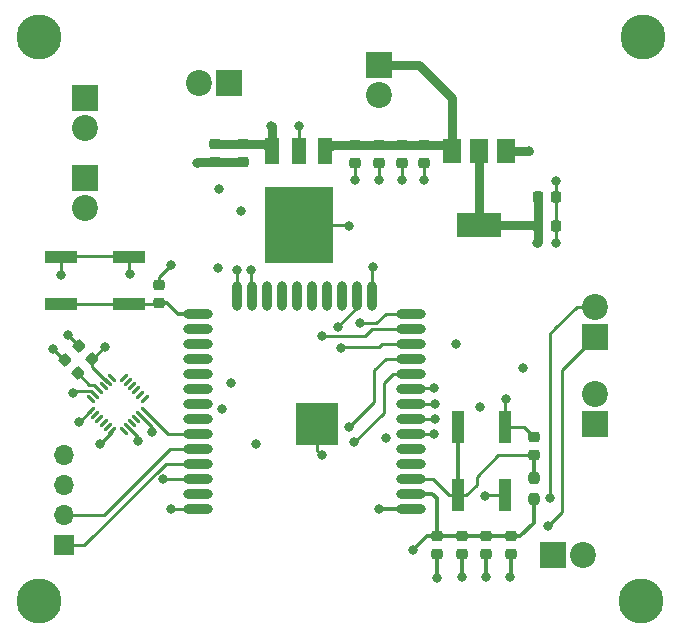
<source format=gtl>
%TF.GenerationSoftware,KiCad,Pcbnew,(6.0.8)*%
%TF.CreationDate,2022-11-27T13:06:36-05:00*%
%TF.ProjectId,miura_board,6d697572-615f-4626-9f61-72642e6b6963,rev?*%
%TF.SameCoordinates,Original*%
%TF.FileFunction,Copper,L1,Top*%
%TF.FilePolarity,Positive*%
%FSLAX46Y46*%
G04 Gerber Fmt 4.6, Leading zero omitted, Abs format (unit mm)*
G04 Created by KiCad (PCBNEW (6.0.8)) date 2022-11-27 13:06:36*
%MOMM*%
%LPD*%
G01*
G04 APERTURE LIST*
G04 Aperture macros list*
%AMRoundRect*
0 Rectangle with rounded corners*
0 $1 Rounding radius*
0 $2 $3 $4 $5 $6 $7 $8 $9 X,Y pos of 4 corners*
0 Add a 4 corners polygon primitive as box body*
4,1,4,$2,$3,$4,$5,$6,$7,$8,$9,$2,$3,0*
0 Add four circle primitives for the rounded corners*
1,1,$1+$1,$2,$3*
1,1,$1+$1,$4,$5*
1,1,$1+$1,$6,$7*
1,1,$1+$1,$8,$9*
0 Add four rect primitives between the rounded corners*
20,1,$1+$1,$2,$3,$4,$5,0*
20,1,$1+$1,$4,$5,$6,$7,0*
20,1,$1+$1,$6,$7,$8,$9,0*
20,1,$1+$1,$8,$9,$2,$3,0*%
G04 Aperture macros list end*
%TA.AperFunction,SMDPad,CuDef*%
%ADD10RoundRect,0.225000X0.250000X-0.225000X0.250000X0.225000X-0.250000X0.225000X-0.250000X-0.225000X0*%
%TD*%
%TA.AperFunction,SMDPad,CuDef*%
%ADD11RoundRect,0.225000X-0.250000X0.225000X-0.250000X-0.225000X0.250000X-0.225000X0.250000X0.225000X0*%
%TD*%
%TA.AperFunction,ComponentPad*%
%ADD12R,2.200000X2.200000*%
%TD*%
%TA.AperFunction,ComponentPad*%
%ADD13C,2.200000*%
%TD*%
%TA.AperFunction,SMDPad,CuDef*%
%ADD14R,3.556000X3.556000*%
%TD*%
%TA.AperFunction,SMDPad,CuDef*%
%ADD15O,2.500000X0.900000*%
%TD*%
%TA.AperFunction,SMDPad,CuDef*%
%ADD16O,0.900000X2.500000*%
%TD*%
%TA.AperFunction,SMDPad,CuDef*%
%ADD17R,1.000000X2.750000*%
%TD*%
%TA.AperFunction,ComponentPad*%
%ADD18C,3.800000*%
%TD*%
%TA.AperFunction,SMDPad,CuDef*%
%ADD19RoundRect,0.225000X-0.225000X-0.250000X0.225000X-0.250000X0.225000X0.250000X-0.225000X0.250000X0*%
%TD*%
%TA.AperFunction,ComponentPad*%
%ADD20R,1.700000X1.700000*%
%TD*%
%TA.AperFunction,ComponentPad*%
%ADD21O,1.700000X1.700000*%
%TD*%
%TA.AperFunction,SMDPad,CuDef*%
%ADD22RoundRect,0.225000X0.335876X0.017678X0.017678X0.335876X-0.335876X-0.017678X-0.017678X-0.335876X0*%
%TD*%
%TA.AperFunction,SMDPad,CuDef*%
%ADD23RoundRect,0.237500X0.237500X-0.250000X0.237500X0.250000X-0.237500X0.250000X-0.237500X-0.250000X0*%
%TD*%
%TA.AperFunction,SMDPad,CuDef*%
%ADD24RoundRect,0.075000X0.194454X0.300520X-0.300520X-0.194454X-0.194454X-0.300520X0.300520X0.194454X0*%
%TD*%
%TA.AperFunction,SMDPad,CuDef*%
%ADD25RoundRect,0.075000X-0.300520X0.194454X0.194454X-0.300520X0.300520X-0.194454X-0.194454X0.300520X0*%
%TD*%
%TA.AperFunction,SMDPad,CuDef*%
%ADD26R,2.750000X1.000000*%
%TD*%
%TA.AperFunction,SMDPad,CuDef*%
%ADD27R,1.500000X2.000000*%
%TD*%
%TA.AperFunction,SMDPad,CuDef*%
%ADD28R,3.800000X2.000000*%
%TD*%
%TA.AperFunction,SMDPad,CuDef*%
%ADD29R,1.200000X2.200000*%
%TD*%
%TA.AperFunction,SMDPad,CuDef*%
%ADD30R,5.800000X6.400000*%
%TD*%
%TA.AperFunction,ViaPad*%
%ADD31C,0.800000*%
%TD*%
%TA.AperFunction,Conductor*%
%ADD32C,0.250000*%
%TD*%
%TA.AperFunction,Conductor*%
%ADD33C,0.300000*%
%TD*%
%TA.AperFunction,Conductor*%
%ADD34C,0.800000*%
%TD*%
G04 APERTURE END LIST*
D10*
%TO.P,C7,2*%
%TO.N,GND*%
X103400000Y-70625000D03*
%TO.P,C7,1*%
%TO.N,Net-(C7-Pad1)*%
X103400000Y-72175000D03*
%TD*%
D11*
%TO.P,C1,1*%
%TO.N,VBAT*%
X92300000Y-45900000D03*
%TO.P,C1,2*%
%TO.N,GND*%
X92300000Y-47450000D03*
%TD*%
D12*
%TO.P,J7,1,Pin_1*%
%TO.N,/IO34*%
X105030000Y-80600000D03*
D13*
%TO.P,J7,2,Pin_2*%
%TO.N,/IO35*%
X107570000Y-80600000D03*
%TD*%
%TO.P,J2,2,Pin_2*%
%TO.N,/IO2*%
X65400000Y-44440000D03*
D12*
%TO.P,J2,1,Pin_1*%
%TO.N,/IO15*%
X65400000Y-41900000D03*
%TD*%
D11*
%TO.P,C4,1*%
%TO.N,VBAT*%
X94100000Y-45875000D03*
%TO.P,C4,2*%
%TO.N,GND*%
X94100000Y-47425000D03*
%TD*%
D14*
%TO.P,U1,39,GND-PAD*%
%TO.N,GND*%
X85100000Y-69500000D03*
D15*
%TO.P,U1,38,GND*%
X75000000Y-76700000D03*
%TO.P,U1,37,IO23*%
%TO.N,unconnected-(U1-Pad37)*%
X75000000Y-75430000D03*
%TO.P,U1,36,IO22*%
%TO.N,SCL*%
X75000000Y-74160000D03*
%TO.P,U1,35,TXD0*%
%TO.N,TXD0*%
X75000000Y-72890000D03*
%TO.P,U1,34,RXD0*%
%TO.N,RXD0*%
X75000000Y-71620000D03*
%TO.P,U1,33,IO21*%
%TO.N,SDA*%
X75000000Y-70350000D03*
%TO.P,U1,32,NC*%
%TO.N,unconnected-(U1-Pad32)*%
X75000000Y-69080000D03*
%TO.P,U1,31,IO19*%
%TO.N,unconnected-(U1-Pad31)*%
X75000000Y-67810000D03*
%TO.P,U1,30,IO18*%
%TO.N,unconnected-(U1-Pad30)*%
X75000000Y-66540000D03*
%TO.P,U1,29,IO5*%
%TO.N,unconnected-(U1-Pad29)*%
X75000000Y-65270000D03*
%TO.P,U1,28,IO17*%
%TO.N,unconnected-(U1-Pad28)*%
X75000000Y-64000000D03*
%TO.P,U1,27,IO16*%
%TO.N,unconnected-(U1-Pad27)*%
X75000000Y-62730000D03*
%TO.P,U1,26,IO4*%
%TO.N,unconnected-(U1-Pad26)*%
X75000000Y-61460000D03*
%TO.P,U1,25,IO0*%
%TO.N,Net-(C14-Pad1)*%
X75000000Y-60190000D03*
D16*
%TO.P,U1,24,IO2*%
%TO.N,MOTOR_A11_IN*%
X78285000Y-58700000D03*
%TO.P,U1,23,IO15*%
%TO.N,MOTOR_A12_IN*%
X79555000Y-58700000D03*
%TO.P,U1,22,SD1*%
%TO.N,unconnected-(U1-Pad22)*%
X80825000Y-58700000D03*
%TO.P,U1,21,SDO*%
%TO.N,unconnected-(U1-Pad21)*%
X82095000Y-58700000D03*
%TO.P,U1,20,CLK*%
%TO.N,unconnected-(U1-Pad20)*%
X83365000Y-58700000D03*
%TO.P,U1,19,CMD*%
%TO.N,unconnected-(U1-Pad19)*%
X84635000Y-58700000D03*
%TO.P,U1,18,SD3*%
%TO.N,unconnected-(U1-Pad18)*%
X85905000Y-58700000D03*
%TO.P,U1,17,SD2*%
%TO.N,unconnected-(U1-Pad17)*%
X87175000Y-58700000D03*
%TO.P,U1,16,IO13*%
%TO.N,MOTOR_B12_IN*%
X88445000Y-58700000D03*
%TO.P,U1,15,GND*%
%TO.N,GND*%
X89715000Y-58700000D03*
D15*
%TO.P,U1,14,IO12*%
%TO.N,MOTOR_B11_IN*%
X93000000Y-60190000D03*
%TO.P,U1,13,IO14*%
%TO.N,MOTOR_B32_IN*%
X93000000Y-61460000D03*
%TO.P,U1,12,IO27*%
%TO.N,MOTOR_B31_IN*%
X93000000Y-62730000D03*
%TO.P,U1,11,IO26*%
%TO.N,MOTOR_A32_IN*%
X93000000Y-64000000D03*
%TO.P,U1,10,IO25*%
%TO.N,MOTOR_A31_IN*%
X93000000Y-65270000D03*
%TO.P,U1,9,IO33*%
%TO.N,MOTOR_B21_IN*%
X93000000Y-66540000D03*
%TO.P,U1,8,IO32*%
%TO.N,MOTOR_B22_IN*%
X93000000Y-67810000D03*
%TO.P,U1,7,IO35*%
%TO.N,MOTOR_A21_IN*%
X93000000Y-69080000D03*
%TO.P,U1,6,IO34*%
%TO.N,MOTOR_A22_IN*%
X93000000Y-70350000D03*
%TO.P,U1,5,SENSOR_VN*%
%TO.N,unconnected-(U1-Pad5)*%
X93000000Y-71620000D03*
%TO.P,U1,4,SENSOR_VP*%
%TO.N,unconnected-(U1-Pad4)*%
X93000000Y-72890000D03*
%TO.P,U1,3,EN*%
%TO.N,Net-(C7-Pad1)*%
X93000000Y-74160000D03*
%TO.P,U1,2,3V3*%
%TO.N,+3V3*%
X93000000Y-75430000D03*
%TO.P,U1,1,GND*%
%TO.N,GND*%
X93000000Y-76700000D03*
%TD*%
D10*
%TO.P,C14,1*%
%TO.N,Net-(C14-Pad1)*%
X71700000Y-59275000D03*
%TO.P,C14,2*%
%TO.N,GND*%
X71700000Y-57725000D03*
%TD*%
D11*
%TO.P,C11,1*%
%TO.N,+3V3*%
X99400000Y-79025000D03*
%TO.P,C11,2*%
%TO.N,GND*%
X99400000Y-80575000D03*
%TD*%
D17*
%TO.P,SW1,1,1*%
%TO.N,Net-(C7-Pad1)*%
X97020000Y-69820000D03*
X97020000Y-75580000D03*
%TO.P,SW1,2,2*%
%TO.N,GND*%
X101020000Y-75580000D03*
X101020000Y-69820000D03*
%TD*%
D11*
%TO.P,C3,1*%
%TO.N,VBAT*%
X88300000Y-45875000D03*
%TO.P,C3,2*%
%TO.N,GND*%
X88300000Y-47425000D03*
%TD*%
D18*
%TO.P,H4,1,1*%
%TO.N,GND*%
X61500000Y-84500000D03*
%TD*%
D19*
%TO.P,C8,1*%
%TO.N,+3V3*%
X103750000Y-50350000D03*
%TO.P,C8,2*%
%TO.N,GND*%
X105300000Y-50350000D03*
%TD*%
D20*
%TO.P,J4,1,Pin_1*%
%TO.N,TXD0*%
X63680000Y-79800000D03*
D21*
%TO.P,J4,2,Pin_2*%
%TO.N,RXD0*%
X63680000Y-77260000D03*
%TO.P,J4,3,Pin_3*%
%TO.N,GND*%
X63680000Y-74720000D03*
%TO.P,J4,4,Pin_4*%
%TO.N,+3V3*%
X63680000Y-72180000D03*
%TD*%
D11*
%TO.P,C6,2*%
%TO.N,GND*%
X76400000Y-47375000D03*
%TO.P,C6,1*%
%TO.N,MOTOR_SUPPLY*%
X76400000Y-45825000D03*
%TD*%
D18*
%TO.P,H1,1,1*%
%TO.N,GND*%
X112700000Y-36800000D03*
%TD*%
D22*
%TO.P,C15,2*%
%TO.N,GND*%
X64951992Y-62951992D03*
%TO.P,C15,1*%
%TO.N,+3V3*%
X66048008Y-64048008D03*
%TD*%
D11*
%TO.P,C5,2*%
%TO.N,GND*%
X78800000Y-47375000D03*
%TO.P,C5,1*%
%TO.N,MOTOR_SUPPLY*%
X78800000Y-45825000D03*
%TD*%
D12*
%TO.P,J3,1,Pin_1*%
%TO.N,/IO32*%
X108600000Y-69570000D03*
D13*
%TO.P,J3,2,Pin_2*%
%TO.N,/IO33*%
X108600000Y-67030000D03*
%TD*%
D11*
%TO.P,C10,1*%
%TO.N,+3V3*%
X101500000Y-79025000D03*
%TO.P,C10,2*%
%TO.N,GND*%
X101500000Y-80575000D03*
%TD*%
D18*
%TO.P,H3,1,1*%
%TO.N,GND*%
X61500000Y-36800000D03*
%TD*%
D23*
%TO.P,R1,1*%
%TO.N,+3V3*%
X103400000Y-75912500D03*
%TO.P,R1,2*%
%TO.N,Net-(C7-Pad1)*%
X103400000Y-74087500D03*
%TD*%
D24*
%TO.P,U6,1,CLKIN*%
%TO.N,unconnected-(U6-Pad1)*%
X70462742Y-67405025D03*
%TO.P,U6,2,NC*%
%TO.N,unconnected-(U6-Pad2)*%
X70109188Y-67051472D03*
%TO.P,U6,3,NC*%
%TO.N,unconnected-(U6-Pad3)*%
X69755635Y-66697918D03*
%TO.P,U6,4,NC*%
%TO.N,unconnected-(U6-Pad4)*%
X69402082Y-66344365D03*
%TO.P,U6,5,NC*%
%TO.N,unconnected-(U6-Pad5)*%
X69048528Y-65990812D03*
%TO.P,U6,6,AUX_SDA*%
%TO.N,unconnected-(U6-Pad6)*%
X68694975Y-65637258D03*
D25*
%TO.P,U6,7,AUX_SCL*%
%TO.N,unconnected-(U6-Pad7)*%
X67705025Y-65637258D03*
%TO.P,U6,8,VDDIO*%
%TO.N,+3V3*%
X67351472Y-65990812D03*
%TO.P,U6,9,AD0*%
%TO.N,unconnected-(U6-Pad9)*%
X66997918Y-66344365D03*
%TO.P,U6,10,REGOUT*%
%TO.N,Net-(C16-Pad1)*%
X66644365Y-66697918D03*
%TO.P,U6,11,FSYNC*%
%TO.N,GND*%
X66290812Y-67051472D03*
%TO.P,U6,12,INT*%
%TO.N,unconnected-(U6-Pad12)*%
X65937258Y-67405025D03*
D24*
%TO.P,U6,13,VDD*%
%TO.N,+3V3*%
X65937258Y-68394975D03*
%TO.P,U6,14,NC*%
%TO.N,unconnected-(U6-Pad14)*%
X66290812Y-68748528D03*
%TO.P,U6,15,NC*%
%TO.N,unconnected-(U6-Pad15)*%
X66644365Y-69102082D03*
%TO.P,U6,16,NC*%
%TO.N,unconnected-(U6-Pad16)*%
X66997918Y-69455635D03*
%TO.P,U6,17,NC*%
%TO.N,unconnected-(U6-Pad17)*%
X67351472Y-69809188D03*
%TO.P,U6,18,GND*%
%TO.N,GND*%
X67705025Y-70162742D03*
D25*
%TO.P,U6,19,NC*%
%TO.N,unconnected-(U6-Pad19)*%
X68694975Y-70162742D03*
%TO.P,U6,20,CPOUT*%
%TO.N,GND*%
X69048528Y-69809188D03*
%TO.P,U6,21,NC*%
%TO.N,unconnected-(U6-Pad21)*%
X69402082Y-69455635D03*
%TO.P,U6,22,NC*%
%TO.N,unconnected-(U6-Pad22)*%
X69755635Y-69102082D03*
%TO.P,U6,23,SCL*%
%TO.N,SCL*%
X70109188Y-68748528D03*
%TO.P,U6,24,SDA*%
%TO.N,SDA*%
X70462742Y-68394975D03*
%TD*%
D12*
%TO.P,J8,1,Pin_1*%
%TO.N,/IO14*%
X108600000Y-62170000D03*
D13*
%TO.P,J8,2,Pin_2*%
%TO.N,/IO27*%
X108600000Y-59630000D03*
%TD*%
D26*
%TO.P,SW2,2,2*%
%TO.N,GND*%
X69180000Y-55400000D03*
X63420000Y-55400000D03*
%TO.P,SW2,1,1*%
%TO.N,Net-(C14-Pad1)*%
X63420000Y-59400000D03*
X69180000Y-59400000D03*
%TD*%
D11*
%TO.P,C12,1*%
%TO.N,+3V3*%
X97300000Y-79025000D03*
%TO.P,C12,2*%
%TO.N,GND*%
X97300000Y-80575000D03*
%TD*%
D27*
%TO.P,U5,1,ADJ*%
%TO.N,GND*%
X101100000Y-46400000D03*
%TO.P,U5,2,VO*%
%TO.N,+3V3*%
X98800000Y-46400000D03*
D28*
X98800000Y-52700000D03*
D27*
%TO.P,U5,3,VI*%
%TO.N,VBAT*%
X96500000Y-46400000D03*
%TD*%
D12*
%TO.P,J5,1,Pin_1*%
%TO.N,VBAT*%
X90300000Y-39130000D03*
D13*
%TO.P,J5,2,Pin_2*%
%TO.N,GND*%
X90300000Y-41670000D03*
%TD*%
D19*
%TO.P,C9,1*%
%TO.N,+3V3*%
X103750000Y-52750000D03*
%TO.P,C9,2*%
%TO.N,GND*%
X105300000Y-52750000D03*
%TD*%
D11*
%TO.P,C2,1*%
%TO.N,VBAT*%
X90300000Y-45875000D03*
%TO.P,C2,2*%
%TO.N,GND*%
X90300000Y-47425000D03*
%TD*%
D18*
%TO.P,H2,1,1*%
%TO.N,GND*%
X112500000Y-84548970D03*
%TD*%
D29*
%TO.P,U7,1,IN*%
%TO.N,VBAT*%
X85780000Y-46400000D03*
%TO.P,U7,2,GND*%
%TO.N,GND*%
X83500000Y-46400000D03*
D30*
X83500000Y-52700000D03*
D29*
%TO.P,U7,3,OUT*%
%TO.N,MOTOR_SUPPLY*%
X81220000Y-46400000D03*
%TD*%
D22*
%TO.P,C16,2*%
%TO.N,GND*%
X63751992Y-64151992D03*
%TO.P,C16,1*%
%TO.N,Net-(C16-Pad1)*%
X64848008Y-65248008D03*
%TD*%
D13*
%TO.P,J1,2,Pin_2*%
%TO.N,/IO25*%
X65400000Y-51270000D03*
D12*
%TO.P,J1,1,Pin_1*%
%TO.N,/IO26*%
X65400000Y-48730000D03*
%TD*%
%TO.P,J6,1,Pin_1*%
%TO.N,/IO12*%
X77600000Y-40700000D03*
D13*
%TO.P,J6,2,Pin_2*%
%TO.N,/IO13*%
X75060000Y-40700000D03*
%TD*%
D11*
%TO.P,C13,1*%
%TO.N,+3V3*%
X95200000Y-79025000D03*
%TO.P,C13,2*%
%TO.N,GND*%
X95200000Y-80575000D03*
%TD*%
D31*
%TO.N,+3V3*%
X102500000Y-64800000D03*
%TO.N,GND*%
X72700000Y-56100000D03*
%TO.N,+3V3*%
X67100000Y-63000000D03*
%TO.N,GND*%
X69900000Y-71000000D03*
X66700000Y-71200000D03*
X64400000Y-66900000D03*
X62700000Y-63200000D03*
X64000000Y-62000000D03*
%TO.N,+3V3*%
X64900000Y-69400000D03*
%TO.N,SCL*%
X71100000Y-70200000D03*
%TO.N,GND*%
X69200000Y-56800000D03*
X63400000Y-56900000D03*
X72700000Y-76700000D03*
%TO.N,SCL*%
X72000000Y-74200000D03*
%TO.N,GND*%
X85500000Y-72200000D03*
X90900000Y-70700000D03*
X78600000Y-51500000D03*
X87800000Y-52800000D03*
%TO.N,+3V3*%
X76800000Y-49600000D03*
X93200000Y-80200000D03*
%TO.N,/IO14*%
X104600000Y-78200000D03*
%TO.N,/IO27*%
X104800000Y-75800000D03*
%TO.N,GND*%
X77000000Y-68300000D03*
X77800000Y-66100000D03*
%TO.N,+3V3*%
X79900000Y-71200000D03*
%TO.N,GND*%
X89800000Y-56200000D03*
%TO.N,MOTOR_A32_IN*%
X87800000Y-69800000D03*
%TO.N,MOTOR_A31_IN*%
X88200000Y-71100000D03*
%TO.N,GND*%
X90300000Y-76700000D03*
X99300000Y-75600000D03*
%TO.N,MOTOR_B31_IN*%
X87100000Y-63100000D03*
%TO.N,MOTOR_B32_IN*%
X85500000Y-62100000D03*
%TO.N,GND*%
X76700000Y-56300000D03*
%TO.N,MOTOR_B11_IN*%
X88700000Y-61000000D03*
%TO.N,MOTOR_B12_IN*%
X86800000Y-61300000D03*
%TO.N,MOTOR_SUPPLY*%
X81200000Y-44300000D03*
%TO.N,MOTOR_A12_IN*%
X79500000Y-56500000D03*
%TO.N,MOTOR_A11_IN*%
X78300000Y-56500000D03*
%TO.N,GND*%
X96800000Y-62800000D03*
%TO.N,MOTOR_A22_IN*%
X94993750Y-70400000D03*
%TO.N,MOTOR_A21_IN*%
X95093750Y-69100000D03*
%TO.N,MOTOR_B22_IN*%
X95093750Y-67800000D03*
%TO.N,MOTOR_B21_IN*%
X94993750Y-66500000D03*
%TO.N,GND*%
X98900000Y-68100000D03*
X101093750Y-67400000D03*
X105300000Y-49000000D03*
X105300000Y-54200000D03*
X74900000Y-47400000D03*
X83500000Y-44300000D03*
%TO.N,+3V3*%
X103700000Y-54200000D03*
%TO.N,GND*%
X94100000Y-48850000D03*
X88300000Y-48850000D03*
X97300000Y-82500000D03*
X99400000Y-82500000D03*
X95200000Y-82600000D03*
X90300000Y-48850000D03*
X92300000Y-48850000D03*
X103000000Y-46450000D03*
X101400000Y-82500000D03*
%TD*%
D32*
%TO.N,RXD0*%
X72660000Y-71620000D02*
X67020000Y-77260000D01*
%TO.N,TXD0*%
X72284695Y-72890000D02*
X65374695Y-79800000D01*
%TO.N,RXD0*%
X63680000Y-77260000D02*
X67020000Y-77260000D01*
%TO.N,TXD0*%
X65374695Y-79800000D02*
X63680000Y-79800000D01*
X75000000Y-72890000D02*
X72284695Y-72890000D01*
%TO.N,RXD0*%
X75000000Y-71620000D02*
X72660000Y-71620000D01*
%TO.N,GND*%
X101020000Y-67473750D02*
X101093750Y-67400000D01*
X101020000Y-69820000D02*
X101020000Y-67473750D01*
%TO.N,MOTOR_A22_IN*%
X93050000Y-70400000D02*
X93000000Y-70350000D01*
X94993750Y-70400000D02*
X93050000Y-70400000D01*
%TO.N,MOTOR_A21_IN*%
X93020000Y-69100000D02*
X93000000Y-69080000D01*
X95093750Y-69100000D02*
X93020000Y-69100000D01*
%TO.N,MOTOR_B22_IN*%
X93010000Y-67800000D02*
X93000000Y-67810000D01*
X95093750Y-67800000D02*
X93010000Y-67800000D01*
%TO.N,MOTOR_B21_IN*%
X93040000Y-66500000D02*
X93000000Y-66540000D01*
X94993750Y-66500000D02*
X93040000Y-66500000D01*
%TO.N,GND*%
X71700000Y-57100000D02*
X72700000Y-56100000D01*
X71700000Y-57725000D02*
X71700000Y-57100000D01*
D33*
%TO.N,Net-(C14-Pad1)*%
X72375000Y-59275000D02*
X71700000Y-59275000D01*
X73290000Y-60190000D02*
X72375000Y-59275000D01*
X75000000Y-60190000D02*
X73290000Y-60190000D01*
D32*
%TO.N,+3V3*%
X66051992Y-64048008D02*
X67100000Y-63000000D01*
X66048008Y-64048008D02*
X66051992Y-64048008D01*
X66048008Y-64722703D02*
X66048008Y-64048008D01*
X67316117Y-65990812D02*
X66048008Y-64722703D01*
X67351472Y-65990812D02*
X67316117Y-65990812D01*
%TO.N,GND*%
X69900000Y-70660660D02*
X69900000Y-71000000D01*
X69048528Y-69809188D02*
X69900000Y-70660660D01*
X67705025Y-70194975D02*
X66700000Y-71200000D01*
X67705025Y-70162742D02*
X67705025Y-70194975D01*
X64595495Y-66704505D02*
X64400000Y-66900000D01*
X65943845Y-66704505D02*
X64595495Y-66704505D01*
X66290812Y-67051472D02*
X65943845Y-66704505D01*
X63651992Y-64151992D02*
X62700000Y-63200000D01*
X63751992Y-64151992D02*
X63651992Y-64151992D01*
X64951992Y-62951992D02*
X64000000Y-62000000D01*
%TO.N,Net-(C16-Pad1)*%
X65800000Y-66200000D02*
X64848008Y-65248008D01*
X66146447Y-66200000D02*
X65800000Y-66200000D01*
X66644365Y-66697918D02*
X66146447Y-66200000D01*
%TO.N,+3V3*%
X65905025Y-68394975D02*
X64900000Y-69400000D01*
X65937258Y-68394975D02*
X65905025Y-68394975D01*
%TO.N,SCL*%
X71100000Y-69774695D02*
X71100000Y-70200000D01*
X70109188Y-68783883D02*
X71100000Y-69774695D01*
X70109188Y-68748528D02*
X70109188Y-68783883D01*
%TO.N,SDA*%
X75000000Y-70350000D02*
X72417767Y-70350000D01*
X72417767Y-70350000D02*
X70462742Y-68394975D01*
%TO.N,GND*%
X69180000Y-56780000D02*
X69200000Y-56800000D01*
X69180000Y-55400000D02*
X69180000Y-56780000D01*
X63420000Y-56880000D02*
X63400000Y-56900000D01*
X63420000Y-55400000D02*
X63420000Y-56880000D01*
%TO.N,Net-(C14-Pad1)*%
X69180000Y-59400000D02*
X71295000Y-59400000D01*
X63420000Y-59400000D02*
X69180000Y-59400000D01*
%TO.N,SCL*%
X72000000Y-74200000D02*
X72040000Y-74160000D01*
X72040000Y-74160000D02*
X75000000Y-74160000D01*
%TO.N,GND*%
X85100000Y-71800000D02*
X85500000Y-72200000D01*
X85100000Y-69500000D02*
X85100000Y-71800000D01*
D34*
%TO.N,MOTOR_SUPPLY*%
X78800000Y-45825000D02*
X76400000Y-45825000D01*
D32*
%TO.N,GND*%
X87700000Y-52700000D02*
X87800000Y-52800000D01*
X83500000Y-52700000D02*
X87700000Y-52700000D01*
D33*
%TO.N,+3V3*%
X94375000Y-79025000D02*
X93200000Y-80200000D01*
X95200000Y-79025000D02*
X94375000Y-79025000D01*
D32*
%TO.N,/IO14*%
X105800000Y-77000000D02*
X105800000Y-64970000D01*
X104600000Y-78200000D02*
X105800000Y-77000000D01*
%TO.N,/IO27*%
X104800000Y-75800000D02*
X104800000Y-61874366D01*
X104800000Y-61874366D02*
X105237183Y-61437183D01*
X105237183Y-61437183D02*
X107044366Y-59630000D01*
%TO.N,/IO14*%
X108600000Y-62170000D02*
X105800000Y-64970000D01*
%TO.N,/IO27*%
X107044366Y-59630000D02*
X108600000Y-59630000D01*
%TO.N,GND*%
X89715000Y-56285000D02*
X89800000Y-56200000D01*
X89715000Y-58700000D02*
X89715000Y-56285000D01*
%TO.N,MOTOR_A32_IN*%
X89900000Y-65000000D02*
X90900000Y-64000000D01*
X89900000Y-67700000D02*
X89900000Y-65000000D01*
X87800000Y-69800000D02*
X89900000Y-67700000D01*
X90900000Y-64000000D02*
X93000000Y-64000000D01*
%TO.N,MOTOR_A31_IN*%
X88200000Y-71100000D02*
X90700000Y-68600000D01*
X90700000Y-68600000D02*
X90700000Y-68400000D01*
X91530000Y-65270000D02*
X93000000Y-65270000D01*
X90700000Y-68400000D02*
X90700000Y-66100000D01*
X90700000Y-66100000D02*
X91530000Y-65270000D01*
%TO.N,MOTOR_B31_IN*%
X90300000Y-63000000D02*
X90570000Y-62730000D01*
X90570000Y-62730000D02*
X93000000Y-62730000D01*
X87200000Y-63000000D02*
X90300000Y-63000000D01*
X87100000Y-63100000D02*
X87200000Y-63000000D01*
%TO.N,MOTOR_B32_IN*%
X89740000Y-61460000D02*
X93000000Y-61460000D01*
X89100000Y-62100000D02*
X89740000Y-61460000D01*
X85500000Y-62100000D02*
X89100000Y-62100000D01*
%TO.N,MOTOR_B11_IN*%
X90910000Y-60190000D02*
X93000000Y-60190000D01*
X88700000Y-61000000D02*
X90100000Y-61000000D01*
X90100000Y-61000000D02*
X90910000Y-60190000D01*
%TO.N,MOTOR_B12_IN*%
X88445000Y-59655000D02*
X88445000Y-58700000D01*
X86800000Y-61300000D02*
X88445000Y-59655000D01*
D34*
%TO.N,MOTOR_SUPPLY*%
X81220000Y-44320000D02*
X81200000Y-44300000D01*
X81220000Y-46400000D02*
X81220000Y-44320000D01*
D32*
%TO.N,MOTOR_A12_IN*%
X79500000Y-58645000D02*
X79555000Y-58700000D01*
X79500000Y-56500000D02*
X79500000Y-58645000D01*
%TO.N,MOTOR_A11_IN*%
X78300000Y-56500000D02*
X78300000Y-58685000D01*
D34*
%TO.N,VBAT*%
X93730000Y-39130000D02*
X90300000Y-39130000D01*
X96500000Y-41900000D02*
X93730000Y-39130000D01*
X96500000Y-46400000D02*
X96500000Y-41900000D01*
D32*
%TO.N,GND*%
X105300000Y-50350000D02*
X105300000Y-49000000D01*
X105300000Y-52750000D02*
X105300000Y-54200000D01*
X105300000Y-50350000D02*
X105300000Y-52750000D01*
D34*
X74925000Y-47375000D02*
X74900000Y-47400000D01*
X76400000Y-47375000D02*
X74925000Y-47375000D01*
D32*
X83500000Y-46400000D02*
X83500000Y-44300000D01*
D34*
%TO.N,VBAT*%
X95975000Y-45875000D02*
X96500000Y-46400000D01*
X94100000Y-45875000D02*
X95975000Y-45875000D01*
%TO.N,+3V3*%
X103750000Y-54150000D02*
X103700000Y-54200000D01*
X103750000Y-52750000D02*
X103750000Y-54150000D01*
%TO.N,VBAT*%
X88300000Y-45875000D02*
X86305000Y-45875000D01*
X86305000Y-45875000D02*
X85780000Y-46400000D01*
%TO.N,MOTOR_SUPPLY*%
X80620000Y-45800000D02*
X81220000Y-46400000D01*
X78700000Y-45800000D02*
X80620000Y-45800000D01*
%TO.N,+3V3*%
X103750000Y-52750000D02*
X103750000Y-50350000D01*
X103700000Y-52700000D02*
X103750000Y-52750000D01*
X98800000Y-52700000D02*
X103700000Y-52700000D01*
D33*
X103400000Y-77900000D02*
X103400000Y-75912500D01*
X102275000Y-79025000D02*
X103400000Y-77900000D01*
X101500000Y-79025000D02*
X102275000Y-79025000D01*
D32*
%TO.N,Net-(C7-Pad1)*%
X94860000Y-74160000D02*
X93000000Y-74160000D01*
X96280000Y-75580000D02*
X94860000Y-74160000D01*
X97020000Y-75580000D02*
X96280000Y-75580000D01*
X98600000Y-74700000D02*
X97720000Y-75580000D01*
X97720000Y-75580000D02*
X97020000Y-75580000D01*
X98600000Y-74000000D02*
X98600000Y-74700000D01*
X98600000Y-74000000D02*
X100425000Y-72175000D01*
X103400000Y-72175000D02*
X100425000Y-72175000D01*
%TO.N,GND*%
X102595000Y-69820000D02*
X103400000Y-70625000D01*
X101020000Y-69820000D02*
X102595000Y-69820000D01*
X99320000Y-75580000D02*
X99300000Y-75600000D01*
X101020000Y-75580000D02*
X99320000Y-75580000D01*
D33*
%TO.N,+3V3*%
X95200000Y-75800000D02*
X94830000Y-75430000D01*
X94830000Y-75430000D02*
X93000000Y-75430000D01*
X95200000Y-79025000D02*
X95200000Y-75800000D01*
D32*
%TO.N,GND*%
X94100000Y-47425000D02*
X94100000Y-48850000D01*
X63420000Y-55300000D02*
X69180000Y-55300000D01*
X88300000Y-47425000D02*
X88300000Y-48850000D01*
D33*
X93000000Y-76700000D02*
X90300000Y-76700000D01*
D34*
X78800000Y-47375000D02*
X76400000Y-47375000D01*
X101100000Y-46400000D02*
X102950000Y-46400000D01*
D32*
X75000000Y-76700000D02*
X72700000Y-76700000D01*
D33*
X99400000Y-80575000D02*
X99400000Y-82500000D01*
D32*
X92300000Y-47450000D02*
X92300000Y-48850000D01*
D33*
X101500000Y-80575000D02*
X101500000Y-82400000D01*
X95200000Y-80575000D02*
X95200000Y-82600000D01*
X101500000Y-82400000D02*
X101400000Y-82500000D01*
X97300000Y-80575000D02*
X97300000Y-82500000D01*
D32*
X90300000Y-47425000D02*
X90300000Y-48850000D01*
D34*
X102950000Y-46400000D02*
X103000000Y-46450000D01*
%TO.N,+3V3*%
X98800000Y-46400000D02*
X98800000Y-52700000D01*
D33*
X95200000Y-79025000D02*
X101500000Y-79025000D01*
%TO.N,Net-(C7-Pad1)*%
X97020000Y-75580000D02*
X97020000Y-69820000D01*
X103400000Y-72143750D02*
X103400000Y-74056250D01*
D34*
%TO.N,VBAT*%
X88300000Y-45875000D02*
X94100000Y-45875000D01*
%TD*%
M02*

</source>
